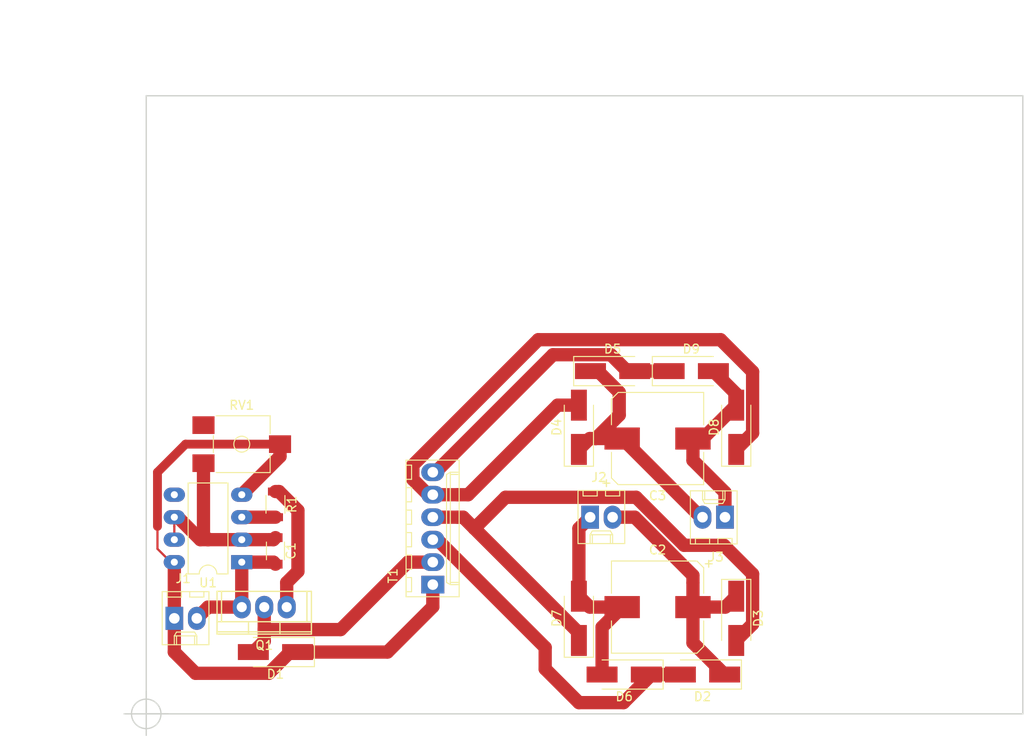
<source format=kicad_pcb>
(kicad_pcb (version 20171130) (host pcbnew 5.0.2-bee76a0~70~ubuntu18.04.1)

  (general
    (thickness 1.6)
    (drawings 8)
    (tracks 113)
    (zones 0)
    (modules 20)
    (nets 16)
  )

  (page A4)
  (layers
    (0 F.Cu signal)
    (31 B.Cu signal)
    (32 B.Adhes user)
    (33 F.Adhes user)
    (34 B.Paste user)
    (35 F.Paste user)
    (36 B.SilkS user)
    (37 F.SilkS user)
    (38 B.Mask user)
    (39 F.Mask user)
    (40 Dwgs.User user)
    (41 Cmts.User user)
    (42 Eco1.User user)
    (43 Eco2.User user)
    (44 Edge.Cuts user)
    (45 Margin user)
    (46 B.CrtYd user)
    (47 F.CrtYd user)
    (48 B.Fab user)
    (49 F.Fab user)
  )

  (setup
    (last_trace_width 0.25)
    (user_trace_width 0.5)
    (user_trace_width 1)
    (user_trace_width 1.5)
    (user_trace_width 2)
    (user_trace_width 2.5)
    (user_trace_width 3)
    (user_trace_width 4)
    (user_trace_width 5)
    (trace_clearance 0.2)
    (zone_clearance 0.508)
    (zone_45_only no)
    (trace_min 0.2)
    (segment_width 0.2)
    (edge_width 0.15)
    (via_size 0.8)
    (via_drill 0.4)
    (via_min_size 0.4)
    (via_min_drill 0.3)
    (uvia_size 0.3)
    (uvia_drill 0.1)
    (uvias_allowed no)
    (uvia_min_size 0.2)
    (uvia_min_drill 0.1)
    (pcb_text_width 0.3)
    (pcb_text_size 1.5 1.5)
    (mod_edge_width 0.15)
    (mod_text_size 1 1)
    (mod_text_width 0.15)
    (pad_size 1.524 1.524)
    (pad_drill 0.762)
    (pad_to_mask_clearance 0.051)
    (solder_mask_min_width 0.25)
    (aux_axis_origin 0 0)
    (visible_elements FFFFFF7F)
    (pcbplotparams
      (layerselection 0x00000_7fffffff)
      (usegerberextensions false)
      (usegerberattributes false)
      (usegerberadvancedattributes false)
      (creategerberjobfile false)
      (excludeedgelayer true)
      (linewidth 0.100000)
      (plotframeref false)
      (viasonmask false)
      (mode 1)
      (useauxorigin true)
      (hpglpennumber 1)
      (hpglpenspeed 20)
      (hpglpendiameter 15.000000)
      (psnegative false)
      (psa4output false)
      (plotreference true)
      (plotvalue true)
      (plotinvisibletext false)
      (padsonsilk false)
      (subtractmaskfromsilk false)
      (outputformat 1)
      (mirror false)
      (drillshape 0)
      (scaleselection 1)
      (outputdirectory ""))
  )

  (net 0 "")
  (net 1 GND)
  (net 2 "Net-(C1-Pad1)")
  (net 3 "Net-(C2-Pad2)")
  (net 4 "Net-(C2-Pad1)")
  (net 5 "Net-(C3-Pad1)")
  (net 6 "Net-(C3-Pad2)")
  (net 7 "Net-(D1-Pad2)")
  (net 8 +5V)
  (net 9 "Net-(D2-Pad2)")
  (net 10 "Net-(D3-Pad2)")
  (net 11 "Net-(D4-Pad2)")
  (net 12 "Net-(D5-Pad2)")
  (net 13 "Net-(Q1-Pad1)")
  (net 14 "Net-(R1-Pad2)")
  (net 15 "Net-(U1-Pad5)")

  (net_class Default "This is the default net class."
    (clearance 0.2)
    (trace_width 0.25)
    (via_dia 0.8)
    (via_drill 0.4)
    (uvia_dia 0.3)
    (uvia_drill 0.1)
    (add_net +5V)
    (add_net GND)
    (add_net "Net-(C1-Pad1)")
    (add_net "Net-(C2-Pad1)")
    (add_net "Net-(C2-Pad2)")
    (add_net "Net-(C3-Pad1)")
    (add_net "Net-(C3-Pad2)")
    (add_net "Net-(D1-Pad2)")
    (add_net "Net-(D2-Pad2)")
    (add_net "Net-(D3-Pad2)")
    (add_net "Net-(D4-Pad2)")
    (add_net "Net-(D5-Pad2)")
    (add_net "Net-(Q1-Pad1)")
    (add_net "Net-(R1-Pad2)")
    (add_net "Net-(U1-Pad5)")
  )

  (module Capacitors_SMD:C_1206 (layer F.Cu) (tedit 58AA84B8) (tstamp 5E938D38)
    (at 90.805 102.235 270)
    (descr "Capacitor SMD 1206, reflow soldering, AVX (see smccp.pdf)")
    (tags "capacitor 1206")
    (path /5E934FF6)
    (attr smd)
    (fp_text reference C1 (at 0 -1.75 270) (layer F.SilkS)
      (effects (font (size 1 1) (thickness 0.15)))
    )
    (fp_text value C (at 0 2 270) (layer F.Fab)
      (effects (font (size 1 1) (thickness 0.15)))
    )
    (fp_line (start 2.25 1.05) (end -2.25 1.05) (layer F.CrtYd) (width 0.05))
    (fp_line (start 2.25 1.05) (end 2.25 -1.05) (layer F.CrtYd) (width 0.05))
    (fp_line (start -2.25 -1.05) (end -2.25 1.05) (layer F.CrtYd) (width 0.05))
    (fp_line (start -2.25 -1.05) (end 2.25 -1.05) (layer F.CrtYd) (width 0.05))
    (fp_line (start -1 1.02) (end 1 1.02) (layer F.SilkS) (width 0.12))
    (fp_line (start 1 -1.02) (end -1 -1.02) (layer F.SilkS) (width 0.12))
    (fp_line (start -1.6 -0.8) (end 1.6 -0.8) (layer F.Fab) (width 0.1))
    (fp_line (start 1.6 -0.8) (end 1.6 0.8) (layer F.Fab) (width 0.1))
    (fp_line (start 1.6 0.8) (end -1.6 0.8) (layer F.Fab) (width 0.1))
    (fp_line (start -1.6 0.8) (end -1.6 -0.8) (layer F.Fab) (width 0.1))
    (fp_text user %R (at 0 -1.75 270) (layer F.Fab)
      (effects (font (size 1 1) (thickness 0.15)))
    )
    (pad 2 smd rect (at 1.5 0 270) (size 1 1.6) (layers F.Cu F.Paste F.Mask)
      (net 1 GND))
    (pad 1 smd rect (at -1.5 0 270) (size 1 1.6) (layers F.Cu F.Paste F.Mask)
      (net 2 "Net-(C1-Pad1)"))
    (model Capacitors_SMD.3dshapes/C_1206.wrl
      (at (xyz 0 0 0))
      (scale (xyz 1 1 1))
      (rotate (xyz 0 0 0))
    )
  )

  (module Capacitors_SMD:CP_Elec_10x10.5 (layer F.Cu) (tedit 58AA917F) (tstamp 5E93A728)
    (at 133.985 108.585 180)
    (descr "SMT capacitor, aluminium electrolytic, 10x10.5")
    (path /5E93E2DF)
    (attr smd)
    (fp_text reference C2 (at 0 6.46 180) (layer F.SilkS)
      (effects (font (size 1 1) (thickness 0.15)))
    )
    (fp_text value CP (at 0 -6.46 180) (layer F.Fab)
      (effects (font (size 1 1) (thickness 0.15)))
    )
    (fp_line (start 6.25 5.3) (end -6.25 5.3) (layer F.CrtYd) (width 0.05))
    (fp_line (start 6.25 5.3) (end 6.25 -5.31) (layer F.CrtYd) (width 0.05))
    (fp_line (start -6.25 -5.31) (end -6.25 5.3) (layer F.CrtYd) (width 0.05))
    (fp_line (start -6.25 -5.31) (end 6.25 -5.31) (layer F.CrtYd) (width 0.05))
    (fp_line (start -4.45 -5.21) (end 5.21 -5.21) (layer F.SilkS) (width 0.12))
    (fp_line (start -5.21 -4.45) (end -4.45 -5.21) (layer F.SilkS) (width 0.12))
    (fp_line (start -4.45 5.21) (end -5.21 4.45) (layer F.SilkS) (width 0.12))
    (fp_line (start 5.21 5.21) (end -4.45 5.21) (layer F.SilkS) (width 0.12))
    (fp_line (start 5.05 -5.05) (end -4.38 -5.05) (layer F.Fab) (width 0.1))
    (fp_line (start -4.38 -5.05) (end -5.05 -4.38) (layer F.Fab) (width 0.1))
    (fp_line (start -5.05 -4.38) (end -5.05 4.38) (layer F.Fab) (width 0.1))
    (fp_line (start -5.05 4.38) (end -4.38 5.05) (layer F.Fab) (width 0.1))
    (fp_line (start -4.38 5.05) (end 5.05 5.05) (layer F.Fab) (width 0.1))
    (fp_line (start 5.05 5.05) (end 5.05 -5.05) (layer F.Fab) (width 0.1))
    (fp_line (start 5.21 -5.21) (end 5.21 -1.56) (layer F.SilkS) (width 0.12))
    (fp_line (start 5.21 5.21) (end 5.21 1.56) (layer F.SilkS) (width 0.12))
    (fp_line (start -5.21 4.45) (end -5.21 1.56) (layer F.SilkS) (width 0.12))
    (fp_line (start -5.21 -4.45) (end -5.21 -1.56) (layer F.SilkS) (width 0.12))
    (fp_text user %R (at 0 6.46 180) (layer F.Fab)
      (effects (font (size 1 1) (thickness 0.15)))
    )
    (fp_text user + (at -5.78 4.97 180) (layer F.SilkS)
      (effects (font (size 1 1) (thickness 0.15)))
    )
    (fp_text user + (at -2.91 -0.08 180) (layer F.Fab)
      (effects (font (size 1 1) (thickness 0.15)))
    )
    (fp_circle (center 0 0) (end 0 5) (layer F.Fab) (width 0.1))
    (pad 2 smd rect (at 4 0) (size 4 2.5) (layers F.Cu F.Paste F.Mask)
      (net 3 "Net-(C2-Pad2)"))
    (pad 1 smd rect (at -4 0) (size 4 2.5) (layers F.Cu F.Paste F.Mask)
      (net 4 "Net-(C2-Pad1)"))
    (model Capacitors_SMD.3dshapes/CP_Elec_10x10.5.wrl
      (at (xyz 0 0 0))
      (scale (xyz 1 1 1))
      (rotate (xyz 0 0 180))
    )
  )

  (module Capacitors_SMD:CP_Elec_10x10.5 (layer F.Cu) (tedit 58AA917F) (tstamp 5E93B111)
    (at 133.985 89.535)
    (descr "SMT capacitor, aluminium electrolytic, 10x10.5")
    (path /5E93D4BB)
    (attr smd)
    (fp_text reference C3 (at 0 6.46) (layer F.SilkS)
      (effects (font (size 1 1) (thickness 0.15)))
    )
    (fp_text value CP (at 0 -6.46) (layer F.Fab)
      (effects (font (size 1 1) (thickness 0.15)))
    )
    (fp_circle (center 0 0) (end 0 5) (layer F.Fab) (width 0.1))
    (fp_text user + (at -2.91 -0.08) (layer F.Fab)
      (effects (font (size 1 1) (thickness 0.15)))
    )
    (fp_text user + (at -5.78 4.97) (layer F.SilkS)
      (effects (font (size 1 1) (thickness 0.15)))
    )
    (fp_text user %R (at 0 6.46) (layer F.Fab)
      (effects (font (size 1 1) (thickness 0.15)))
    )
    (fp_line (start -5.21 -4.45) (end -5.21 -1.56) (layer F.SilkS) (width 0.12))
    (fp_line (start -5.21 4.45) (end -5.21 1.56) (layer F.SilkS) (width 0.12))
    (fp_line (start 5.21 5.21) (end 5.21 1.56) (layer F.SilkS) (width 0.12))
    (fp_line (start 5.21 -5.21) (end 5.21 -1.56) (layer F.SilkS) (width 0.12))
    (fp_line (start 5.05 5.05) (end 5.05 -5.05) (layer F.Fab) (width 0.1))
    (fp_line (start -4.38 5.05) (end 5.05 5.05) (layer F.Fab) (width 0.1))
    (fp_line (start -5.05 4.38) (end -4.38 5.05) (layer F.Fab) (width 0.1))
    (fp_line (start -5.05 -4.38) (end -5.05 4.38) (layer F.Fab) (width 0.1))
    (fp_line (start -4.38 -5.05) (end -5.05 -4.38) (layer F.Fab) (width 0.1))
    (fp_line (start 5.05 -5.05) (end -4.38 -5.05) (layer F.Fab) (width 0.1))
    (fp_line (start 5.21 5.21) (end -4.45 5.21) (layer F.SilkS) (width 0.12))
    (fp_line (start -4.45 5.21) (end -5.21 4.45) (layer F.SilkS) (width 0.12))
    (fp_line (start -5.21 -4.45) (end -4.45 -5.21) (layer F.SilkS) (width 0.12))
    (fp_line (start -4.45 -5.21) (end 5.21 -5.21) (layer F.SilkS) (width 0.12))
    (fp_line (start -6.25 -5.31) (end 6.25 -5.31) (layer F.CrtYd) (width 0.05))
    (fp_line (start -6.25 -5.31) (end -6.25 5.3) (layer F.CrtYd) (width 0.05))
    (fp_line (start 6.25 5.3) (end 6.25 -5.31) (layer F.CrtYd) (width 0.05))
    (fp_line (start 6.25 5.3) (end -6.25 5.3) (layer F.CrtYd) (width 0.05))
    (pad 1 smd rect (at -4 0 180) (size 4 2.5) (layers F.Cu F.Paste F.Mask)
      (net 5 "Net-(C3-Pad1)"))
    (pad 2 smd rect (at 4 0 180) (size 4 2.5) (layers F.Cu F.Paste F.Mask)
      (net 6 "Net-(C3-Pad2)"))
    (model Capacitors_SMD.3dshapes/CP_Elec_10x10.5.wrl
      (at (xyz 0 0 0))
      (scale (xyz 1 1 1))
      (rotate (xyz 0 0 180))
    )
  )

  (module Diodes_SMD:D_SMA_Handsoldering (layer F.Cu) (tedit 58643398) (tstamp 5E938D88)
    (at 90.805 113.665 180)
    (descr "Diode SMA (DO-214AC) Handsoldering")
    (tags "Diode SMA (DO-214AC) Handsoldering")
    (path /5E9385B1)
    (attr smd)
    (fp_text reference D1 (at 0 -2.5 180) (layer F.SilkS)
      (effects (font (size 1 1) (thickness 0.15)))
    )
    (fp_text value D (at 0 2.6 180) (layer F.Fab)
      (effects (font (size 1 1) (thickness 0.15)))
    )
    (fp_line (start -4.4 -1.65) (end 2.5 -1.65) (layer F.SilkS) (width 0.12))
    (fp_line (start -4.4 1.65) (end 2.5 1.65) (layer F.SilkS) (width 0.12))
    (fp_line (start -0.64944 0.00102) (end 0.50118 -0.79908) (layer F.Fab) (width 0.1))
    (fp_line (start -0.64944 0.00102) (end 0.50118 0.75032) (layer F.Fab) (width 0.1))
    (fp_line (start 0.50118 0.75032) (end 0.50118 -0.79908) (layer F.Fab) (width 0.1))
    (fp_line (start -0.64944 -0.79908) (end -0.64944 0.80112) (layer F.Fab) (width 0.1))
    (fp_line (start 0.50118 0.00102) (end 1.4994 0.00102) (layer F.Fab) (width 0.1))
    (fp_line (start -0.64944 0.00102) (end -1.55114 0.00102) (layer F.Fab) (width 0.1))
    (fp_line (start -4.5 1.75) (end -4.5 -1.75) (layer F.CrtYd) (width 0.05))
    (fp_line (start 4.5 1.75) (end -4.5 1.75) (layer F.CrtYd) (width 0.05))
    (fp_line (start 4.5 -1.75) (end 4.5 1.75) (layer F.CrtYd) (width 0.05))
    (fp_line (start -4.5 -1.75) (end 4.5 -1.75) (layer F.CrtYd) (width 0.05))
    (fp_line (start 2.3 -1.5) (end -2.3 -1.5) (layer F.Fab) (width 0.1))
    (fp_line (start 2.3 -1.5) (end 2.3 1.5) (layer F.Fab) (width 0.1))
    (fp_line (start -2.3 1.5) (end -2.3 -1.5) (layer F.Fab) (width 0.1))
    (fp_line (start 2.3 1.5) (end -2.3 1.5) (layer F.Fab) (width 0.1))
    (fp_line (start -4.4 -1.65) (end -4.4 1.65) (layer F.SilkS) (width 0.12))
    (fp_text user %R (at 0 -2.5 180) (layer F.Fab)
      (effects (font (size 1 1) (thickness 0.15)))
    )
    (pad 2 smd rect (at 2.5 0 180) (size 3.5 1.8) (layers F.Cu F.Paste F.Mask)
      (net 7 "Net-(D1-Pad2)"))
    (pad 1 smd rect (at -2.5 0 180) (size 3.5 1.8) (layers F.Cu F.Paste F.Mask)
      (net 8 +5V))
    (model ${KISYS3DMOD}/Diodes_SMD.3dshapes/D_SMA.wrl
      (at (xyz 0 0 0))
      (scale (xyz 1 1 1))
      (rotate (xyz 0 0 0))
    )
  )

  (module Diodes_SMD:D_SMA_Handsoldering (layer F.Cu) (tedit 58643398) (tstamp 5E93A69A)
    (at 139.065 116.205 180)
    (descr "Diode SMA (DO-214AC) Handsoldering")
    (tags "Diode SMA (DO-214AC) Handsoldering")
    (path /5E93E2BD)
    (attr smd)
    (fp_text reference D2 (at 0 -2.5 180) (layer F.SilkS)
      (effects (font (size 1 1) (thickness 0.15)))
    )
    (fp_text value D (at 0 2.6 180) (layer F.Fab)
      (effects (font (size 1 1) (thickness 0.15)))
    )
    (fp_line (start -4.4 -1.65) (end 2.5 -1.65) (layer F.SilkS) (width 0.12))
    (fp_line (start -4.4 1.65) (end 2.5 1.65) (layer F.SilkS) (width 0.12))
    (fp_line (start -0.64944 0.00102) (end 0.50118 -0.79908) (layer F.Fab) (width 0.1))
    (fp_line (start -0.64944 0.00102) (end 0.50118 0.75032) (layer F.Fab) (width 0.1))
    (fp_line (start 0.50118 0.75032) (end 0.50118 -0.79908) (layer F.Fab) (width 0.1))
    (fp_line (start -0.64944 -0.79908) (end -0.64944 0.80112) (layer F.Fab) (width 0.1))
    (fp_line (start 0.50118 0.00102) (end 1.4994 0.00102) (layer F.Fab) (width 0.1))
    (fp_line (start -0.64944 0.00102) (end -1.55114 0.00102) (layer F.Fab) (width 0.1))
    (fp_line (start -4.5 1.75) (end -4.5 -1.75) (layer F.CrtYd) (width 0.05))
    (fp_line (start 4.5 1.75) (end -4.5 1.75) (layer F.CrtYd) (width 0.05))
    (fp_line (start 4.5 -1.75) (end 4.5 1.75) (layer F.CrtYd) (width 0.05))
    (fp_line (start -4.5 -1.75) (end 4.5 -1.75) (layer F.CrtYd) (width 0.05))
    (fp_line (start 2.3 -1.5) (end -2.3 -1.5) (layer F.Fab) (width 0.1))
    (fp_line (start 2.3 -1.5) (end 2.3 1.5) (layer F.Fab) (width 0.1))
    (fp_line (start -2.3 1.5) (end -2.3 -1.5) (layer F.Fab) (width 0.1))
    (fp_line (start 2.3 1.5) (end -2.3 1.5) (layer F.Fab) (width 0.1))
    (fp_line (start -4.4 -1.65) (end -4.4 1.65) (layer F.SilkS) (width 0.12))
    (fp_text user %R (at 0 -2.5 180) (layer F.Fab)
      (effects (font (size 1 1) (thickness 0.15)))
    )
    (pad 2 smd rect (at 2.5 0 180) (size 3.5 1.8) (layers F.Cu F.Paste F.Mask)
      (net 9 "Net-(D2-Pad2)"))
    (pad 1 smd rect (at -2.5 0 180) (size 3.5 1.8) (layers F.Cu F.Paste F.Mask)
      (net 4 "Net-(C2-Pad1)"))
    (model ${KISYS3DMOD}/Diodes_SMD.3dshapes/D_SMA.wrl
      (at (xyz 0 0 0))
      (scale (xyz 1 1 1))
      (rotate (xyz 0 0 0))
    )
  )

  (module Diodes_SMD:D_SMA_Handsoldering (layer F.Cu) (tedit 58643398) (tstamp 5E93A655)
    (at 142.875 109.855 270)
    (descr "Diode SMA (DO-214AC) Handsoldering")
    (tags "Diode SMA (DO-214AC) Handsoldering")
    (path /5E93E2C3)
    (attr smd)
    (fp_text reference D3 (at 0 -2.5 270) (layer F.SilkS)
      (effects (font (size 1 1) (thickness 0.15)))
    )
    (fp_text value D (at 0 2.6 270) (layer F.Fab)
      (effects (font (size 1 1) (thickness 0.15)))
    )
    (fp_text user %R (at 0 -2.5 270) (layer F.Fab)
      (effects (font (size 1 1) (thickness 0.15)))
    )
    (fp_line (start -4.4 -1.65) (end -4.4 1.65) (layer F.SilkS) (width 0.12))
    (fp_line (start 2.3 1.5) (end -2.3 1.5) (layer F.Fab) (width 0.1))
    (fp_line (start -2.3 1.5) (end -2.3 -1.5) (layer F.Fab) (width 0.1))
    (fp_line (start 2.3 -1.5) (end 2.3 1.5) (layer F.Fab) (width 0.1))
    (fp_line (start 2.3 -1.5) (end -2.3 -1.5) (layer F.Fab) (width 0.1))
    (fp_line (start -4.5 -1.75) (end 4.5 -1.75) (layer F.CrtYd) (width 0.05))
    (fp_line (start 4.5 -1.75) (end 4.5 1.75) (layer F.CrtYd) (width 0.05))
    (fp_line (start 4.5 1.75) (end -4.5 1.75) (layer F.CrtYd) (width 0.05))
    (fp_line (start -4.5 1.75) (end -4.5 -1.75) (layer F.CrtYd) (width 0.05))
    (fp_line (start -0.64944 0.00102) (end -1.55114 0.00102) (layer F.Fab) (width 0.1))
    (fp_line (start 0.50118 0.00102) (end 1.4994 0.00102) (layer F.Fab) (width 0.1))
    (fp_line (start -0.64944 -0.79908) (end -0.64944 0.80112) (layer F.Fab) (width 0.1))
    (fp_line (start 0.50118 0.75032) (end 0.50118 -0.79908) (layer F.Fab) (width 0.1))
    (fp_line (start -0.64944 0.00102) (end 0.50118 0.75032) (layer F.Fab) (width 0.1))
    (fp_line (start -0.64944 0.00102) (end 0.50118 -0.79908) (layer F.Fab) (width 0.1))
    (fp_line (start -4.4 1.65) (end 2.5 1.65) (layer F.SilkS) (width 0.12))
    (fp_line (start -4.4 -1.65) (end 2.5 -1.65) (layer F.SilkS) (width 0.12))
    (pad 1 smd rect (at -2.5 0 270) (size 3.5 1.8) (layers F.Cu F.Paste F.Mask)
      (net 4 "Net-(C2-Pad1)"))
    (pad 2 smd rect (at 2.5 0 270) (size 3.5 1.8) (layers F.Cu F.Paste F.Mask)
      (net 10 "Net-(D3-Pad2)"))
    (model ${KISYS3DMOD}/Diodes_SMD.3dshapes/D_SMA.wrl
      (at (xyz 0 0 0))
      (scale (xyz 1 1 1))
      (rotate (xyz 0 0 0))
    )
  )

  (module Diodes_SMD:D_SMA_Handsoldering (layer F.Cu) (tedit 58643398) (tstamp 5E93B0C8)
    (at 125.095 88.265 90)
    (descr "Diode SMA (DO-214AC) Handsoldering")
    (tags "Diode SMA (DO-214AC) Handsoldering")
    (path /5E93925D)
    (attr smd)
    (fp_text reference D4 (at 0 -2.5 90) (layer F.SilkS)
      (effects (font (size 1 1) (thickness 0.15)))
    )
    (fp_text value D (at 0 2.6 90) (layer F.Fab)
      (effects (font (size 1 1) (thickness 0.15)))
    )
    (fp_text user %R (at 0 -2.5 90) (layer F.Fab)
      (effects (font (size 1 1) (thickness 0.15)))
    )
    (fp_line (start -4.4 -1.65) (end -4.4 1.65) (layer F.SilkS) (width 0.12))
    (fp_line (start 2.3 1.5) (end -2.3 1.5) (layer F.Fab) (width 0.1))
    (fp_line (start -2.3 1.5) (end -2.3 -1.5) (layer F.Fab) (width 0.1))
    (fp_line (start 2.3 -1.5) (end 2.3 1.5) (layer F.Fab) (width 0.1))
    (fp_line (start 2.3 -1.5) (end -2.3 -1.5) (layer F.Fab) (width 0.1))
    (fp_line (start -4.5 -1.75) (end 4.5 -1.75) (layer F.CrtYd) (width 0.05))
    (fp_line (start 4.5 -1.75) (end 4.5 1.75) (layer F.CrtYd) (width 0.05))
    (fp_line (start 4.5 1.75) (end -4.5 1.75) (layer F.CrtYd) (width 0.05))
    (fp_line (start -4.5 1.75) (end -4.5 -1.75) (layer F.CrtYd) (width 0.05))
    (fp_line (start -0.64944 0.00102) (end -1.55114 0.00102) (layer F.Fab) (width 0.1))
    (fp_line (start 0.50118 0.00102) (end 1.4994 0.00102) (layer F.Fab) (width 0.1))
    (fp_line (start -0.64944 -0.79908) (end -0.64944 0.80112) (layer F.Fab) (width 0.1))
    (fp_line (start 0.50118 0.75032) (end 0.50118 -0.79908) (layer F.Fab) (width 0.1))
    (fp_line (start -0.64944 0.00102) (end 0.50118 0.75032) (layer F.Fab) (width 0.1))
    (fp_line (start -0.64944 0.00102) (end 0.50118 -0.79908) (layer F.Fab) (width 0.1))
    (fp_line (start -4.4 1.65) (end 2.5 1.65) (layer F.SilkS) (width 0.12))
    (fp_line (start -4.4 -1.65) (end 2.5 -1.65) (layer F.SilkS) (width 0.12))
    (pad 1 smd rect (at -2.5 0 90) (size 3.5 1.8) (layers F.Cu F.Paste F.Mask)
      (net 5 "Net-(C3-Pad1)"))
    (pad 2 smd rect (at 2.5 0 90) (size 3.5 1.8) (layers F.Cu F.Paste F.Mask)
      (net 11 "Net-(D4-Pad2)"))
    (model ${KISYS3DMOD}/Diodes_SMD.3dshapes/D_SMA.wrl
      (at (xyz 0 0 0))
      (scale (xyz 1 1 1))
      (rotate (xyz 0 0 0))
    )
  )

  (module Diodes_SMD:D_SMA_Handsoldering (layer F.Cu) (tedit 58643398) (tstamp 5E93B083)
    (at 128.905 81.915)
    (descr "Diode SMA (DO-214AC) Handsoldering")
    (tags "Diode SMA (DO-214AC) Handsoldering")
    (path /5E9392E2)
    (attr smd)
    (fp_text reference D5 (at 0 -2.5) (layer F.SilkS)
      (effects (font (size 1 1) (thickness 0.15)))
    )
    (fp_text value D (at 0 2.6) (layer F.Fab)
      (effects (font (size 1 1) (thickness 0.15)))
    )
    (fp_line (start -4.4 -1.65) (end 2.5 -1.65) (layer F.SilkS) (width 0.12))
    (fp_line (start -4.4 1.65) (end 2.5 1.65) (layer F.SilkS) (width 0.12))
    (fp_line (start -0.64944 0.00102) (end 0.50118 -0.79908) (layer F.Fab) (width 0.1))
    (fp_line (start -0.64944 0.00102) (end 0.50118 0.75032) (layer F.Fab) (width 0.1))
    (fp_line (start 0.50118 0.75032) (end 0.50118 -0.79908) (layer F.Fab) (width 0.1))
    (fp_line (start -0.64944 -0.79908) (end -0.64944 0.80112) (layer F.Fab) (width 0.1))
    (fp_line (start 0.50118 0.00102) (end 1.4994 0.00102) (layer F.Fab) (width 0.1))
    (fp_line (start -0.64944 0.00102) (end -1.55114 0.00102) (layer F.Fab) (width 0.1))
    (fp_line (start -4.5 1.75) (end -4.5 -1.75) (layer F.CrtYd) (width 0.05))
    (fp_line (start 4.5 1.75) (end -4.5 1.75) (layer F.CrtYd) (width 0.05))
    (fp_line (start 4.5 -1.75) (end 4.5 1.75) (layer F.CrtYd) (width 0.05))
    (fp_line (start -4.5 -1.75) (end 4.5 -1.75) (layer F.CrtYd) (width 0.05))
    (fp_line (start 2.3 -1.5) (end -2.3 -1.5) (layer F.Fab) (width 0.1))
    (fp_line (start 2.3 -1.5) (end 2.3 1.5) (layer F.Fab) (width 0.1))
    (fp_line (start -2.3 1.5) (end -2.3 -1.5) (layer F.Fab) (width 0.1))
    (fp_line (start 2.3 1.5) (end -2.3 1.5) (layer F.Fab) (width 0.1))
    (fp_line (start -4.4 -1.65) (end -4.4 1.65) (layer F.SilkS) (width 0.12))
    (fp_text user %R (at 0 -2.5) (layer F.Fab)
      (effects (font (size 1 1) (thickness 0.15)))
    )
    (pad 2 smd rect (at 2.5 0) (size 3.5 1.8) (layers F.Cu F.Paste F.Mask)
      (net 12 "Net-(D5-Pad2)"))
    (pad 1 smd rect (at -2.5 0) (size 3.5 1.8) (layers F.Cu F.Paste F.Mask)
      (net 5 "Net-(C3-Pad1)"))
    (model ${KISYS3DMOD}/Diodes_SMD.3dshapes/D_SMA.wrl
      (at (xyz 0 0 0))
      (scale (xyz 1 1 1))
      (rotate (xyz 0 0 0))
    )
  )

  (module Diodes_SMD:D_SMA_Handsoldering (layer F.Cu) (tedit 58643398) (tstamp 5E93A6DF)
    (at 130.215 116.205 180)
    (descr "Diode SMA (DO-214AC) Handsoldering")
    (tags "Diode SMA (DO-214AC) Handsoldering")
    (path /5E93E2CF)
    (attr smd)
    (fp_text reference D6 (at 0 -2.5 180) (layer F.SilkS)
      (effects (font (size 1 1) (thickness 0.15)))
    )
    (fp_text value D (at 0 2.6 180) (layer F.Fab)
      (effects (font (size 1 1) (thickness 0.15)))
    )
    (fp_text user %R (at 0 -2.5 180) (layer F.Fab)
      (effects (font (size 1 1) (thickness 0.15)))
    )
    (fp_line (start -4.4 -1.65) (end -4.4 1.65) (layer F.SilkS) (width 0.12))
    (fp_line (start 2.3 1.5) (end -2.3 1.5) (layer F.Fab) (width 0.1))
    (fp_line (start -2.3 1.5) (end -2.3 -1.5) (layer F.Fab) (width 0.1))
    (fp_line (start 2.3 -1.5) (end 2.3 1.5) (layer F.Fab) (width 0.1))
    (fp_line (start 2.3 -1.5) (end -2.3 -1.5) (layer F.Fab) (width 0.1))
    (fp_line (start -4.5 -1.75) (end 4.5 -1.75) (layer F.CrtYd) (width 0.05))
    (fp_line (start 4.5 -1.75) (end 4.5 1.75) (layer F.CrtYd) (width 0.05))
    (fp_line (start 4.5 1.75) (end -4.5 1.75) (layer F.CrtYd) (width 0.05))
    (fp_line (start -4.5 1.75) (end -4.5 -1.75) (layer F.CrtYd) (width 0.05))
    (fp_line (start -0.64944 0.00102) (end -1.55114 0.00102) (layer F.Fab) (width 0.1))
    (fp_line (start 0.50118 0.00102) (end 1.4994 0.00102) (layer F.Fab) (width 0.1))
    (fp_line (start -0.64944 -0.79908) (end -0.64944 0.80112) (layer F.Fab) (width 0.1))
    (fp_line (start 0.50118 0.75032) (end 0.50118 -0.79908) (layer F.Fab) (width 0.1))
    (fp_line (start -0.64944 0.00102) (end 0.50118 0.75032) (layer F.Fab) (width 0.1))
    (fp_line (start -0.64944 0.00102) (end 0.50118 -0.79908) (layer F.Fab) (width 0.1))
    (fp_line (start -4.4 1.65) (end 2.5 1.65) (layer F.SilkS) (width 0.12))
    (fp_line (start -4.4 -1.65) (end 2.5 -1.65) (layer F.SilkS) (width 0.12))
    (pad 1 smd rect (at -2.5 0 180) (size 3.5 1.8) (layers F.Cu F.Paste F.Mask)
      (net 9 "Net-(D2-Pad2)"))
    (pad 2 smd rect (at 2.5 0 180) (size 3.5 1.8) (layers F.Cu F.Paste F.Mask)
      (net 3 "Net-(C2-Pad2)"))
    (model ${KISYS3DMOD}/Diodes_SMD.3dshapes/D_SMA.wrl
      (at (xyz 0 0 0))
      (scale (xyz 1 1 1))
      (rotate (xyz 0 0 0))
    )
  )

  (module Diodes_SMD:D_SMA_Handsoldering (layer F.Cu) (tedit 58643398) (tstamp 5E93A610)
    (at 125.095 109.855 90)
    (descr "Diode SMA (DO-214AC) Handsoldering")
    (tags "Diode SMA (DO-214AC) Handsoldering")
    (path /5E93E2C9)
    (attr smd)
    (fp_text reference D7 (at 0 -2.5 90) (layer F.SilkS)
      (effects (font (size 1 1) (thickness 0.15)))
    )
    (fp_text value D (at 0 2.6 90) (layer F.Fab)
      (effects (font (size 1 1) (thickness 0.15)))
    )
    (fp_line (start -4.4 -1.65) (end 2.5 -1.65) (layer F.SilkS) (width 0.12))
    (fp_line (start -4.4 1.65) (end 2.5 1.65) (layer F.SilkS) (width 0.12))
    (fp_line (start -0.64944 0.00102) (end 0.50118 -0.79908) (layer F.Fab) (width 0.1))
    (fp_line (start -0.64944 0.00102) (end 0.50118 0.75032) (layer F.Fab) (width 0.1))
    (fp_line (start 0.50118 0.75032) (end 0.50118 -0.79908) (layer F.Fab) (width 0.1))
    (fp_line (start -0.64944 -0.79908) (end -0.64944 0.80112) (layer F.Fab) (width 0.1))
    (fp_line (start 0.50118 0.00102) (end 1.4994 0.00102) (layer F.Fab) (width 0.1))
    (fp_line (start -0.64944 0.00102) (end -1.55114 0.00102) (layer F.Fab) (width 0.1))
    (fp_line (start -4.5 1.75) (end -4.5 -1.75) (layer F.CrtYd) (width 0.05))
    (fp_line (start 4.5 1.75) (end -4.5 1.75) (layer F.CrtYd) (width 0.05))
    (fp_line (start 4.5 -1.75) (end 4.5 1.75) (layer F.CrtYd) (width 0.05))
    (fp_line (start -4.5 -1.75) (end 4.5 -1.75) (layer F.CrtYd) (width 0.05))
    (fp_line (start 2.3 -1.5) (end -2.3 -1.5) (layer F.Fab) (width 0.1))
    (fp_line (start 2.3 -1.5) (end 2.3 1.5) (layer F.Fab) (width 0.1))
    (fp_line (start -2.3 1.5) (end -2.3 -1.5) (layer F.Fab) (width 0.1))
    (fp_line (start 2.3 1.5) (end -2.3 1.5) (layer F.Fab) (width 0.1))
    (fp_line (start -4.4 -1.65) (end -4.4 1.65) (layer F.SilkS) (width 0.12))
    (fp_text user %R (at 0 -2.5 90) (layer F.Fab)
      (effects (font (size 1 1) (thickness 0.15)))
    )
    (pad 2 smd rect (at 2.5 0 90) (size 3.5 1.8) (layers F.Cu F.Paste F.Mask)
      (net 3 "Net-(C2-Pad2)"))
    (pad 1 smd rect (at -2.5 0 90) (size 3.5 1.8) (layers F.Cu F.Paste F.Mask)
      (net 10 "Net-(D3-Pad2)"))
    (model ${KISYS3DMOD}/Diodes_SMD.3dshapes/D_SMA.wrl
      (at (xyz 0 0 0))
      (scale (xyz 1 1 1))
      (rotate (xyz 0 0 0))
    )
  )

  (module Diodes_SMD:D_SMA_Handsoldering (layer F.Cu) (tedit 58643398) (tstamp 5E93B03E)
    (at 142.875 88.265 90)
    (descr "Diode SMA (DO-214AC) Handsoldering")
    (tags "Diode SMA (DO-214AC) Handsoldering")
    (path /5E939368)
    (attr smd)
    (fp_text reference D8 (at 0 -2.5 90) (layer F.SilkS)
      (effects (font (size 1 1) (thickness 0.15)))
    )
    (fp_text value D (at 0 2.6 90) (layer F.Fab)
      (effects (font (size 1 1) (thickness 0.15)))
    )
    (fp_text user %R (at 0 -2.5 90) (layer F.Fab)
      (effects (font (size 1 1) (thickness 0.15)))
    )
    (fp_line (start -4.4 -1.65) (end -4.4 1.65) (layer F.SilkS) (width 0.12))
    (fp_line (start 2.3 1.5) (end -2.3 1.5) (layer F.Fab) (width 0.1))
    (fp_line (start -2.3 1.5) (end -2.3 -1.5) (layer F.Fab) (width 0.1))
    (fp_line (start 2.3 -1.5) (end 2.3 1.5) (layer F.Fab) (width 0.1))
    (fp_line (start 2.3 -1.5) (end -2.3 -1.5) (layer F.Fab) (width 0.1))
    (fp_line (start -4.5 -1.75) (end 4.5 -1.75) (layer F.CrtYd) (width 0.05))
    (fp_line (start 4.5 -1.75) (end 4.5 1.75) (layer F.CrtYd) (width 0.05))
    (fp_line (start 4.5 1.75) (end -4.5 1.75) (layer F.CrtYd) (width 0.05))
    (fp_line (start -4.5 1.75) (end -4.5 -1.75) (layer F.CrtYd) (width 0.05))
    (fp_line (start -0.64944 0.00102) (end -1.55114 0.00102) (layer F.Fab) (width 0.1))
    (fp_line (start 0.50118 0.00102) (end 1.4994 0.00102) (layer F.Fab) (width 0.1))
    (fp_line (start -0.64944 -0.79908) (end -0.64944 0.80112) (layer F.Fab) (width 0.1))
    (fp_line (start 0.50118 0.75032) (end 0.50118 -0.79908) (layer F.Fab) (width 0.1))
    (fp_line (start -0.64944 0.00102) (end 0.50118 0.75032) (layer F.Fab) (width 0.1))
    (fp_line (start -0.64944 0.00102) (end 0.50118 -0.79908) (layer F.Fab) (width 0.1))
    (fp_line (start -4.4 1.65) (end 2.5 1.65) (layer F.SilkS) (width 0.12))
    (fp_line (start -4.4 -1.65) (end 2.5 -1.65) (layer F.SilkS) (width 0.12))
    (pad 1 smd rect (at -2.5 0 90) (size 3.5 1.8) (layers F.Cu F.Paste F.Mask)
      (net 11 "Net-(D4-Pad2)"))
    (pad 2 smd rect (at 2.5 0 90) (size 3.5 1.8) (layers F.Cu F.Paste F.Mask)
      (net 6 "Net-(C3-Pad2)"))
    (model ${KISYS3DMOD}/Diodes_SMD.3dshapes/D_SMA.wrl
      (at (xyz 0 0 0))
      (scale (xyz 1 1 1))
      (rotate (xyz 0 0 0))
    )
  )

  (module Diodes_SMD:D_SMA_Handsoldering (layer F.Cu) (tedit 58643398) (tstamp 5E93AFF9)
    (at 137.795 81.915)
    (descr "Diode SMA (DO-214AC) Handsoldering")
    (tags "Diode SMA (DO-214AC) Handsoldering")
    (path /5E939316)
    (attr smd)
    (fp_text reference D9 (at 0 -2.5) (layer F.SilkS)
      (effects (font (size 1 1) (thickness 0.15)))
    )
    (fp_text value D (at 0 2.6) (layer F.Fab)
      (effects (font (size 1 1) (thickness 0.15)))
    )
    (fp_line (start -4.4 -1.65) (end 2.5 -1.65) (layer F.SilkS) (width 0.12))
    (fp_line (start -4.4 1.65) (end 2.5 1.65) (layer F.SilkS) (width 0.12))
    (fp_line (start -0.64944 0.00102) (end 0.50118 -0.79908) (layer F.Fab) (width 0.1))
    (fp_line (start -0.64944 0.00102) (end 0.50118 0.75032) (layer F.Fab) (width 0.1))
    (fp_line (start 0.50118 0.75032) (end 0.50118 -0.79908) (layer F.Fab) (width 0.1))
    (fp_line (start -0.64944 -0.79908) (end -0.64944 0.80112) (layer F.Fab) (width 0.1))
    (fp_line (start 0.50118 0.00102) (end 1.4994 0.00102) (layer F.Fab) (width 0.1))
    (fp_line (start -0.64944 0.00102) (end -1.55114 0.00102) (layer F.Fab) (width 0.1))
    (fp_line (start -4.5 1.75) (end -4.5 -1.75) (layer F.CrtYd) (width 0.05))
    (fp_line (start 4.5 1.75) (end -4.5 1.75) (layer F.CrtYd) (width 0.05))
    (fp_line (start 4.5 -1.75) (end 4.5 1.75) (layer F.CrtYd) (width 0.05))
    (fp_line (start -4.5 -1.75) (end 4.5 -1.75) (layer F.CrtYd) (width 0.05))
    (fp_line (start 2.3 -1.5) (end -2.3 -1.5) (layer F.Fab) (width 0.1))
    (fp_line (start 2.3 -1.5) (end 2.3 1.5) (layer F.Fab) (width 0.1))
    (fp_line (start -2.3 1.5) (end -2.3 -1.5) (layer F.Fab) (width 0.1))
    (fp_line (start 2.3 1.5) (end -2.3 1.5) (layer F.Fab) (width 0.1))
    (fp_line (start -4.4 -1.65) (end -4.4 1.65) (layer F.SilkS) (width 0.12))
    (fp_text user %R (at 0 -2.5) (layer F.Fab)
      (effects (font (size 1 1) (thickness 0.15)))
    )
    (pad 2 smd rect (at 2.5 0) (size 3.5 1.8) (layers F.Cu F.Paste F.Mask)
      (net 6 "Net-(C3-Pad2)"))
    (pad 1 smd rect (at -2.5 0) (size 3.5 1.8) (layers F.Cu F.Paste F.Mask)
      (net 12 "Net-(D5-Pad2)"))
    (model ${KISYS3DMOD}/Diodes_SMD.3dshapes/D_SMA.wrl
      (at (xyz 0 0 0))
      (scale (xyz 1 1 1))
      (rotate (xyz 0 0 0))
    )
  )

  (module Connectors_Molex:Molex_KK-6410-02_02x2.54mm_Straight (layer F.Cu) (tedit 58EE6EE4) (tstamp 5E938E69)
    (at 79.375 109.855)
    (descr "Connector Headers with Friction Lock, 22-27-2021, http://www.molex.com/pdm_docs/sd/022272021_sd.pdf")
    (tags "connector molex kk_6410 22-27-2021")
    (path /5E940CA9)
    (fp_text reference J1 (at 1 -4.5) (layer F.SilkS)
      (effects (font (size 1 1) (thickness 0.15)))
    )
    (fp_text value Conn_01x02_Male (at 1.27 4.5) (layer F.Fab)
      (effects (font (size 1 1) (thickness 0.15)))
    )
    (fp_text user %R (at 1.27 0) (layer F.Fab)
      (effects (font (size 1 1) (thickness 0.15)))
    )
    (fp_line (start 4.45 3.5) (end -1.9 3.5) (layer F.CrtYd) (width 0.05))
    (fp_line (start 4.45 -3.55) (end 4.45 3.5) (layer F.CrtYd) (width 0.05))
    (fp_line (start -1.9 -3.55) (end 4.45 -3.55) (layer F.CrtYd) (width 0.05))
    (fp_line (start -1.9 3.5) (end -1.9 -3.55) (layer F.CrtYd) (width 0.05))
    (fp_line (start 3.34 -2.4) (end 3.34 -3.02) (layer F.SilkS) (width 0.12))
    (fp_line (start 1.74 -2.4) (end 3.34 -2.4) (layer F.SilkS) (width 0.12))
    (fp_line (start 1.74 -3.02) (end 1.74 -2.4) (layer F.SilkS) (width 0.12))
    (fp_line (start 0.8 -2.4) (end 0.8 -3.02) (layer F.SilkS) (width 0.12))
    (fp_line (start -0.8 -2.4) (end 0.8 -2.4) (layer F.SilkS) (width 0.12))
    (fp_line (start -0.8 -3.02) (end -0.8 -2.4) (layer F.SilkS) (width 0.12))
    (fp_line (start 2.29 2.98) (end 2.29 1.98) (layer F.SilkS) (width 0.12))
    (fp_line (start 0.25 2.98) (end 0.25 1.98) (layer F.SilkS) (width 0.12))
    (fp_line (start 2.29 1.55) (end 2.54 1.98) (layer F.SilkS) (width 0.12))
    (fp_line (start 0.25 1.55) (end 2.29 1.55) (layer F.SilkS) (width 0.12))
    (fp_line (start 0 1.98) (end 0.25 1.55) (layer F.SilkS) (width 0.12))
    (fp_line (start 2.54 1.98) (end 2.54 2.98) (layer F.SilkS) (width 0.12))
    (fp_line (start 0 1.98) (end 2.54 1.98) (layer F.SilkS) (width 0.12))
    (fp_line (start 0 2.98) (end 0 1.98) (layer F.SilkS) (width 0.12))
    (fp_line (start 3.91 -3.02) (end -1.37 -3.02) (layer F.SilkS) (width 0.12))
    (fp_line (start 3.91 2.98) (end 3.91 -3.02) (layer F.SilkS) (width 0.12))
    (fp_line (start -1.37 2.98) (end 3.91 2.98) (layer F.SilkS) (width 0.12))
    (fp_line (start -1.37 -3.02) (end -1.37 2.98) (layer F.SilkS) (width 0.12))
    (fp_line (start 4.01 -3.12) (end -1.47 -3.12) (layer F.Fab) (width 0.12))
    (fp_line (start 4.01 3.08) (end 4.01 -3.12) (layer F.Fab) (width 0.12))
    (fp_line (start -1.47 3.08) (end 4.01 3.08) (layer F.Fab) (width 0.12))
    (fp_line (start -1.47 -3.12) (end -1.47 3.08) (layer F.Fab) (width 0.12))
    (pad 2 thru_hole oval (at 2.54 0) (size 2 2.6) (drill 1.2) (layers *.Cu *.Mask)
      (net 1 GND))
    (pad 1 thru_hole rect (at 0 0) (size 2 2.6) (drill 1.2) (layers *.Cu *.Mask)
      (net 8 +5V))
    (model ${KISYS3DMOD}/Connectors_Molex.3dshapes/Molex_KK-6410-02_02x2.54mm_Straight.wrl
      (at (xyz 0 0 0))
      (scale (xyz 1 1 1))
      (rotate (xyz 0 0 0))
    )
  )

  (module Connectors_Molex:Molex_KK-6410-02_02x2.54mm_Straight (layer F.Cu) (tedit 58EE6EE4) (tstamp 5E93A5B9)
    (at 126.365 98.425)
    (descr "Connector Headers with Friction Lock, 22-27-2021, http://www.molex.com/pdm_docs/sd/022272021_sd.pdf")
    (tags "connector molex kk_6410 22-27-2021")
    (path /5E940E03)
    (fp_text reference J2 (at 1 -4.5) (layer F.SilkS)
      (effects (font (size 1 1) (thickness 0.15)))
    )
    (fp_text value Conn_01x02_Male (at 1.27 4.5) (layer F.Fab)
      (effects (font (size 1 1) (thickness 0.15)))
    )
    (fp_text user %R (at 1.27 0) (layer F.Fab)
      (effects (font (size 1 1) (thickness 0.15)))
    )
    (fp_line (start 4.45 3.5) (end -1.9 3.5) (layer F.CrtYd) (width 0.05))
    (fp_line (start 4.45 -3.55) (end 4.45 3.5) (layer F.CrtYd) (width 0.05))
    (fp_line (start -1.9 -3.55) (end 4.45 -3.55) (layer F.CrtYd) (width 0.05))
    (fp_line (start -1.9 3.5) (end -1.9 -3.55) (layer F.CrtYd) (width 0.05))
    (fp_line (start 3.34 -2.4) (end 3.34 -3.02) (layer F.SilkS) (width 0.12))
    (fp_line (start 1.74 -2.4) (end 3.34 -2.4) (layer F.SilkS) (width 0.12))
    (fp_line (start 1.74 -3.02) (end 1.74 -2.4) (layer F.SilkS) (width 0.12))
    (fp_line (start 0.8 -2.4) (end 0.8 -3.02) (layer F.SilkS) (width 0.12))
    (fp_line (start -0.8 -2.4) (end 0.8 -2.4) (layer F.SilkS) (width 0.12))
    (fp_line (start -0.8 -3.02) (end -0.8 -2.4) (layer F.SilkS) (width 0.12))
    (fp_line (start 2.29 2.98) (end 2.29 1.98) (layer F.SilkS) (width 0.12))
    (fp_line (start 0.25 2.98) (end 0.25 1.98) (layer F.SilkS) (width 0.12))
    (fp_line (start 2.29 1.55) (end 2.54 1.98) (layer F.SilkS) (width 0.12))
    (fp_line (start 0.25 1.55) (end 2.29 1.55) (layer F.SilkS) (width 0.12))
    (fp_line (start 0 1.98) (end 0.25 1.55) (layer F.SilkS) (width 0.12))
    (fp_line (start 2.54 1.98) (end 2.54 2.98) (layer F.SilkS) (width 0.12))
    (fp_line (start 0 1.98) (end 2.54 1.98) (layer F.SilkS) (width 0.12))
    (fp_line (start 0 2.98) (end 0 1.98) (layer F.SilkS) (width 0.12))
    (fp_line (start 3.91 -3.02) (end -1.37 -3.02) (layer F.SilkS) (width 0.12))
    (fp_line (start 3.91 2.98) (end 3.91 -3.02) (layer F.SilkS) (width 0.12))
    (fp_line (start -1.37 2.98) (end 3.91 2.98) (layer F.SilkS) (width 0.12))
    (fp_line (start -1.37 -3.02) (end -1.37 2.98) (layer F.SilkS) (width 0.12))
    (fp_line (start 4.01 -3.12) (end -1.47 -3.12) (layer F.Fab) (width 0.12))
    (fp_line (start 4.01 3.08) (end 4.01 -3.12) (layer F.Fab) (width 0.12))
    (fp_line (start -1.47 3.08) (end 4.01 3.08) (layer F.Fab) (width 0.12))
    (fp_line (start -1.47 -3.12) (end -1.47 3.08) (layer F.Fab) (width 0.12))
    (pad 2 thru_hole oval (at 2.54 0) (size 2 2.6) (drill 1.2) (layers *.Cu *.Mask)
      (net 4 "Net-(C2-Pad1)"))
    (pad 1 thru_hole rect (at 0 0) (size 2 2.6) (drill 1.2) (layers *.Cu *.Mask)
      (net 3 "Net-(C2-Pad2)"))
    (model ${KISYS3DMOD}/Connectors_Molex.3dshapes/Molex_KK-6410-02_02x2.54mm_Straight.wrl
      (at (xyz 0 0 0))
      (scale (xyz 1 1 1))
      (rotate (xyz 0 0 0))
    )
  )

  (module Connectors_Molex:Molex_KK-6410-02_02x2.54mm_Straight (layer F.Cu) (tedit 58EE6EE4) (tstamp 5E93AFA2)
    (at 141.605 98.425 180)
    (descr "Connector Headers with Friction Lock, 22-27-2021, http://www.molex.com/pdm_docs/sd/022272021_sd.pdf")
    (tags "connector molex kk_6410 22-27-2021")
    (path /5E940F55)
    (fp_text reference J3 (at 1 -4.5 180) (layer F.SilkS)
      (effects (font (size 1 1) (thickness 0.15)))
    )
    (fp_text value Conn_01x02_Male (at 1.27 4.5 180) (layer F.Fab)
      (effects (font (size 1 1) (thickness 0.15)))
    )
    (fp_line (start -1.47 -3.12) (end -1.47 3.08) (layer F.Fab) (width 0.12))
    (fp_line (start -1.47 3.08) (end 4.01 3.08) (layer F.Fab) (width 0.12))
    (fp_line (start 4.01 3.08) (end 4.01 -3.12) (layer F.Fab) (width 0.12))
    (fp_line (start 4.01 -3.12) (end -1.47 -3.12) (layer F.Fab) (width 0.12))
    (fp_line (start -1.37 -3.02) (end -1.37 2.98) (layer F.SilkS) (width 0.12))
    (fp_line (start -1.37 2.98) (end 3.91 2.98) (layer F.SilkS) (width 0.12))
    (fp_line (start 3.91 2.98) (end 3.91 -3.02) (layer F.SilkS) (width 0.12))
    (fp_line (start 3.91 -3.02) (end -1.37 -3.02) (layer F.SilkS) (width 0.12))
    (fp_line (start 0 2.98) (end 0 1.98) (layer F.SilkS) (width 0.12))
    (fp_line (start 0 1.98) (end 2.54 1.98) (layer F.SilkS) (width 0.12))
    (fp_line (start 2.54 1.98) (end 2.54 2.98) (layer F.SilkS) (width 0.12))
    (fp_line (start 0 1.98) (end 0.25 1.55) (layer F.SilkS) (width 0.12))
    (fp_line (start 0.25 1.55) (end 2.29 1.55) (layer F.SilkS) (width 0.12))
    (fp_line (start 2.29 1.55) (end 2.54 1.98) (layer F.SilkS) (width 0.12))
    (fp_line (start 0.25 2.98) (end 0.25 1.98) (layer F.SilkS) (width 0.12))
    (fp_line (start 2.29 2.98) (end 2.29 1.98) (layer F.SilkS) (width 0.12))
    (fp_line (start -0.8 -3.02) (end -0.8 -2.4) (layer F.SilkS) (width 0.12))
    (fp_line (start -0.8 -2.4) (end 0.8 -2.4) (layer F.SilkS) (width 0.12))
    (fp_line (start 0.8 -2.4) (end 0.8 -3.02) (layer F.SilkS) (width 0.12))
    (fp_line (start 1.74 -3.02) (end 1.74 -2.4) (layer F.SilkS) (width 0.12))
    (fp_line (start 1.74 -2.4) (end 3.34 -2.4) (layer F.SilkS) (width 0.12))
    (fp_line (start 3.34 -2.4) (end 3.34 -3.02) (layer F.SilkS) (width 0.12))
    (fp_line (start -1.9 3.5) (end -1.9 -3.55) (layer F.CrtYd) (width 0.05))
    (fp_line (start -1.9 -3.55) (end 4.45 -3.55) (layer F.CrtYd) (width 0.05))
    (fp_line (start 4.45 -3.55) (end 4.45 3.5) (layer F.CrtYd) (width 0.05))
    (fp_line (start 4.45 3.5) (end -1.9 3.5) (layer F.CrtYd) (width 0.05))
    (fp_text user %R (at 0 0 180) (layer F.Fab)
      (effects (font (size 1 1) (thickness 0.15)))
    )
    (pad 1 thru_hole rect (at 0 0 180) (size 2 2.6) (drill 1.2) (layers *.Cu *.Mask)
      (net 6 "Net-(C3-Pad2)"))
    (pad 2 thru_hole oval (at 2.54 0 180) (size 2 2.6) (drill 1.2) (layers *.Cu *.Mask)
      (net 5 "Net-(C3-Pad1)"))
    (model ${KISYS3DMOD}/Connectors_Molex.3dshapes/Molex_KK-6410-02_02x2.54mm_Straight.wrl
      (at (xyz 0 0 0))
      (scale (xyz 1 1 1))
      (rotate (xyz 0 0 0))
    )
  )

  (module Power_Integrations:TO-220 (layer F.Cu) (tedit 0) (tstamp 5E938EBC)
    (at 89.535 108.585 180)
    (descr "Non Isolated JEDEC TO-220 Package")
    (tags "Power Integration YN Package")
    (path /5E9384D1)
    (fp_text reference Q1 (at 0 -4.318 180) (layer F.SilkS)
      (effects (font (size 1 1) (thickness 0.15)))
    )
    (fp_text value Q_NMOS_GDS (at 0 -4.318 180) (layer F.Fab)
      (effects (font (size 1 1) (thickness 0.15)))
    )
    (fp_line (start 5.334 -3.048) (end -5.334 -3.048) (layer F.SilkS) (width 0.15))
    (fp_line (start 5.334 -3.048) (end 5.334 1.778) (layer F.SilkS) (width 0.15))
    (fp_line (start -5.334 -3.048) (end -5.334 1.778) (layer F.SilkS) (width 0.15))
    (fp_line (start 5.334 1.778) (end -5.334 1.778) (layer F.SilkS) (width 0.15))
    (fp_line (start -5.334 -1.651) (end 5.334 -1.651) (layer F.SilkS) (width 0.15))
    (fp_line (start -1.778 -1.778) (end -1.778 -3.048) (layer F.SilkS) (width 0.15))
    (fp_line (start 1.778 -1.778) (end 1.778 -3.048) (layer F.SilkS) (width 0.15))
    (fp_line (start 5.334 -2.794) (end -5.334 -2.794) (layer F.SilkS) (width 0.15))
    (fp_line (start -4.826 -1.651) (end -4.826 1.778) (layer F.SilkS) (width 0.15))
    (fp_line (start 4.826 -1.651) (end 4.826 1.778) (layer F.SilkS) (width 0.15))
    (pad 1 thru_hole oval (at -2.54 0 180) (size 2.032 2.54) (drill 1.143) (layers *.Cu *.Mask)
      (net 13 "Net-(Q1-Pad1)"))
    (pad 3 thru_hole oval (at 2.54 0 180) (size 2.032 2.54) (drill 1.143) (layers *.Cu *.Mask)
      (net 1 GND))
    (pad 2 thru_hole oval (at 0 0 180) (size 2.032 2.54) (drill 1.143) (layers *.Cu *.Mask)
      (net 7 "Net-(D1-Pad2)"))
  )

  (module Resistors_SMD:R_1206 (layer F.Cu) (tedit 58E0A804) (tstamp 5E938ECD)
    (at 90.805 96.975 270)
    (descr "Resistor SMD 1206, reflow soldering, Vishay (see dcrcw.pdf)")
    (tags "resistor 1206")
    (path /5E938687)
    (attr smd)
    (fp_text reference R1 (at 0 -1.85 270) (layer F.SilkS)
      (effects (font (size 1 1) (thickness 0.15)))
    )
    (fp_text value R (at 0 1.95 270) (layer F.Fab)
      (effects (font (size 1 1) (thickness 0.15)))
    )
    (fp_line (start 2.15 1.1) (end -2.15 1.1) (layer F.CrtYd) (width 0.05))
    (fp_line (start 2.15 1.1) (end 2.15 -1.11) (layer F.CrtYd) (width 0.05))
    (fp_line (start -2.15 -1.11) (end -2.15 1.1) (layer F.CrtYd) (width 0.05))
    (fp_line (start -2.15 -1.11) (end 2.15 -1.11) (layer F.CrtYd) (width 0.05))
    (fp_line (start -1 -1.07) (end 1 -1.07) (layer F.SilkS) (width 0.12))
    (fp_line (start 1 1.07) (end -1 1.07) (layer F.SilkS) (width 0.12))
    (fp_line (start -1.6 -0.8) (end 1.6 -0.8) (layer F.Fab) (width 0.1))
    (fp_line (start 1.6 -0.8) (end 1.6 0.8) (layer F.Fab) (width 0.1))
    (fp_line (start 1.6 0.8) (end -1.6 0.8) (layer F.Fab) (width 0.1))
    (fp_line (start -1.6 0.8) (end -1.6 -0.8) (layer F.Fab) (width 0.1))
    (fp_text user %R (at 0 0 270) (layer F.Fab)
      (effects (font (size 0.7 0.7) (thickness 0.105)))
    )
    (pad 2 smd rect (at 1.45 0 270) (size 0.9 1.7) (layers F.Cu F.Paste F.Mask)
      (net 14 "Net-(R1-Pad2)"))
    (pad 1 smd rect (at -1.45 0 270) (size 0.9 1.7) (layers F.Cu F.Paste F.Mask)
      (net 13 "Net-(Q1-Pad1)"))
    (model ${KISYS3DMOD}/Resistors_SMD.3dshapes/R_1206.wrl
      (at (xyz 0 0 0))
      (scale (xyz 1 1 1))
      (rotate (xyz 0 0 0))
    )
  )

  (module Potentiometers:Potentiometer_Trimmer_ACP_CA6VSMD_Horizontal (layer F.Cu) (tedit 58826B0A) (tstamp 5E938EE4)
    (at 86.995 90.17)
    (descr "Potentiometer, horizontally mounted, Omeg PC16PU, Omeg PC16PU, Omeg PC16PU, Vishay/Spectrol 248GJ/249GJ Single, Vishay/Spectrol 248GJ/249GJ Single, Vishay/Spectrol 248GJ/249GJ Single, Vishay/Spectrol 248GH/249GH Single, Vishay/Spectrol 148/149 Single, Vishay/Spectrol 148/149 Single, Vishay/Spectrol 148/149 Single, Vishay/Spectrol 148A/149A Single with mounting plates, Vishay/Spectrol 148/149 Double, Vishay/Spectrol 148A/149A Double with mounting plates, Piher PC-16 Single, Piher PC-16 Single, Piher PC-16 Single, Piher PC-16SV Single, Piher PC-16 Double, Piher PC-16 Triple, Piher T16H Single, Piher T16L Single, Piher T16H Double, Alps RK163 Single, Alps RK163 Double, Alps RK097 Single, Alps RK097 Double, Bourns PTV09A-2 Single with mounting sleve Single, Bourns PTV09A-1 with mounting sleve Single, Bourns PRS11S Single, Alps RK09K Single with mounting sleve Single, Alps RK09K with mounting sleve Single, Alps RK09L Single, Alps RK09L Single, Alps RK09L Double, Alps RK09L Double, Alps RK09Y Single, Bourns 3339S Single, Bourns 3339S Single, Bourns 3339P Single, Bourns 3339H Single, Vishay T7YA Single, Suntan TSR-3386H Single, Suntan TSR-3386H Single, Suntan TSR-3386P Single, Vishay T73XX Single, Vishay T73XX Single, Vishay T73YP Single, Piher PT-6h Single, Piher PT-6v Single, Piher PT-6v Single, Piher PT-10h2.5 Single, Piher PT-10h5 Single, Piher PT-101h3.8 Single, Piher PT-10v10 Single, Piher PT-10v10 Single, Piher PT-10v5 Single, Piher PT-15h5 Single, Piher PT-15h2.5 Single, Piher PT-15B Single, Piher PT-15hc5 Single, Piher PT-15v12.5 Single, Piher PT-15v12.5 Single, Piher PT-15v15 Single, Piher PT-15v15 Single, ACP CA6h Single, ACP CA6v Single, ACP CA6v Single, ACP CA6VSMD Single, http://www.acptechnologies.com/wp-content/uploads/2016/12/ACP-CAT%C3%81LOGO-ENTERO-2016.pdf")
    (tags "Potentiometer horizontal  Omeg PC16PU  Omeg PC16PU  Omeg PC16PU  Vishay/Spectrol 248GJ/249GJ Single  Vishay/Spectrol 248GJ/249GJ Single  Vishay/Spectrol 248GJ/249GJ Single  Vishay/Spectrol 248GH/249GH Single  Vishay/Spectrol 148/149 Single  Vishay/Spectrol 148/149 Single  Vishay/Spectrol 148/149 Single  Vishay/Spectrol 148A/149A Single with mounting plates  Vishay/Spectrol 148/149 Double  Vishay/Spectrol 148A/149A Double with mounting plates  Piher PC-16 Single  Piher PC-16 Single  Piher PC-16 Single  Piher PC-16SV Single  Piher PC-16 Double  Piher PC-16 Triple  Piher T16H Single  Piher T16L Single  Piher T16H Double  Alps RK163 Single  Alps RK163 Double  Alps RK097 Single  Alps RK097 Double  Bourns PTV09A-2 Single with mounting sleve Single  Bourns PTV09A-1 with mounting sleve Single  Bourns PRS11S Single  Alps RK09K Single with mounting sleve Single  Alps RK09K with mounting sleve Single  Alps RK09L Single  Alps RK09L Single  Alps RK09L Double  Alps RK09L Double  Alps RK09Y Single  Bourns 3339S Single  Bourns 3339S Single  Bourns 3339P Single  Bourns 3339H Single  Vishay T7YA Single  Suntan TSR-3386H Single  Suntan TSR-3386H Single  Suntan TSR-3386P Single  Vishay T73XX Single  Vishay T73XX Single  Vishay T73YP Single  Piher PT-6h Single  Piher PT-6v Single  Piher PT-6v Single  Piher PT-10h2.5 Single  Piher PT-10h5 Single  Piher PT-101h3.8 Single  Piher PT-10v10 Single  Piher PT-10v10 Single  Piher PT-10v5 Single  Piher PT-15h5 Single  Piher PT-15h2.5 Single  Piher PT-15B Single  Piher PT-15hc5 Single  Piher PT-15v12.5 Single  Piher PT-15v12.5 Single  Piher PT-15v15 Single  Piher PT-15v15 Single  ACP CA6h Single  ACP CA6v Single  ACP CA6v Single  ACP CA6VSMD Single")
    (path /5E9351BC)
    (attr smd)
    (fp_text reference RV1 (at 0 -4.4) (layer F.SilkS)
      (effects (font (size 1 1) (thickness 0.15)))
    )
    (fp_text value R_POT (at 0 4.4) (layer F.Fab)
      (effects (font (size 1 1) (thickness 0.15)))
    )
    (fp_line (start 5.85 -3.4) (end -5.85 -3.4) (layer F.CrtYd) (width 0.05))
    (fp_line (start 5.85 3.4) (end 5.85 -3.4) (layer F.CrtYd) (width 0.05))
    (fp_line (start -5.85 3.4) (end 5.85 3.4) (layer F.CrtYd) (width 0.05))
    (fp_line (start -5.85 -3.4) (end -5.85 3.4) (layer F.CrtYd) (width 0.05))
    (fp_line (start 3.21 1.18) (end 3.21 3.21) (layer F.SilkS) (width 0.12))
    (fp_line (start 3.21 -3.21) (end 3.21 -1.18) (layer F.SilkS) (width 0.12))
    (fp_line (start -3.209 -0.969) (end -3.209 0.97) (layer F.SilkS) (width 0.12))
    (fp_line (start -2.894 3.21) (end 3.21 3.21) (layer F.SilkS) (width 0.12))
    (fp_line (start -2.894 -3.21) (end 3.21 -3.21) (layer F.SilkS) (width 0.12))
    (fp_line (start 3.15 -3.15) (end -3.15 -3.15) (layer F.Fab) (width 0.1))
    (fp_line (start 3.15 3.15) (end 3.15 -3.15) (layer F.Fab) (width 0.1))
    (fp_line (start -3.15 3.15) (end 3.15 3.15) (layer F.Fab) (width 0.1))
    (fp_line (start -3.15 -3.15) (end -3.15 3.15) (layer F.Fab) (width 0.1))
    (fp_circle (center 0 0) (end 0.9 0) (layer F.SilkS) (width 0.12))
    (fp_circle (center 0 0) (end 0.9 0) (layer F.Fab) (width 0.1))
    (fp_circle (center 0 0) (end 1 0) (layer F.Fab) (width 0.1))
    (pad 1 smd rect (at -4.325 2.15) (size 2.5 2) (layers F.Cu F.Mask)
      (net 2 "Net-(C1-Pad1)"))
    (pad 2 smd rect (at 4.325 0) (size 2.5 2) (layers F.Cu F.Mask)
      (net 8 +5V))
    (pad 3 smd rect (at -4.325 -2.15) (size 2.5 2) (layers F.Cu F.Mask)
      (net 8 +5V))
    (model Potentiometers.3dshapes/Potentiometer_Trimmer_ACP_CA6VSMD_Horizontal.wrl
      (at (xyz 0 0 0))
      (scale (xyz 0.393701 0.393701 0.393701))
      (rotate (xyz 0 0 0))
    )
  )

  (module Connectors_Molex:Molex_KK-6410-06_06x2.54mm_Straight (layer F.Cu) (tedit 58EE6EEB) (tstamp 5E938F15)
    (at 108.585 106.045 90)
    (descr "Connector Headers with Friction Lock, 22-27-2061, http://www.molex.com/pdm_docs/sd/022272021_sd.pdf")
    (tags "connector molex kk_6410 22-27-2061")
    (path /5E93B96A)
    (fp_text reference T1 (at 1 -4.5 90) (layer F.SilkS)
      (effects (font (size 1 1) (thickness 0.15)))
    )
    (fp_text value Transformer_1P_2S (at 6.35 4.5 90) (layer F.Fab)
      (effects (font (size 1 1) (thickness 0.15)))
    )
    (fp_text user %R (at 6.35 0 90) (layer F.Fab)
      (effects (font (size 1 1) (thickness 0.15)))
    )
    (fp_line (start 14.6 3.5) (end -1.9 3.5) (layer F.CrtYd) (width 0.05))
    (fp_line (start 14.6 -3.55) (end 14.6 3.5) (layer F.CrtYd) (width 0.05))
    (fp_line (start -1.9 -3.55) (end 14.6 -3.55) (layer F.CrtYd) (width 0.05))
    (fp_line (start -1.9 3.5) (end -1.9 -3.55) (layer F.CrtYd) (width 0.05))
    (fp_line (start 13.5 -2.4) (end 13.5 -3.02) (layer F.SilkS) (width 0.12))
    (fp_line (start 11.9 -2.4) (end 13.5 -2.4) (layer F.SilkS) (width 0.12))
    (fp_line (start 11.9 -3.02) (end 11.9 -2.4) (layer F.SilkS) (width 0.12))
    (fp_line (start 10.96 -2.4) (end 10.96 -3.02) (layer F.SilkS) (width 0.12))
    (fp_line (start 9.36 -2.4) (end 10.96 -2.4) (layer F.SilkS) (width 0.12))
    (fp_line (start 9.36 -3.02) (end 9.36 -2.4) (layer F.SilkS) (width 0.12))
    (fp_line (start 8.42 -2.4) (end 8.42 -3.02) (layer F.SilkS) (width 0.12))
    (fp_line (start 6.82 -2.4) (end 8.42 -2.4) (layer F.SilkS) (width 0.12))
    (fp_line (start 6.82 -3.02) (end 6.82 -2.4) (layer F.SilkS) (width 0.12))
    (fp_line (start 5.88 -2.4) (end 5.88 -3.02) (layer F.SilkS) (width 0.12))
    (fp_line (start 4.28 -2.4) (end 5.88 -2.4) (layer F.SilkS) (width 0.12))
    (fp_line (start 4.28 -3.02) (end 4.28 -2.4) (layer F.SilkS) (width 0.12))
    (fp_line (start 3.34 -2.4) (end 3.34 -3.02) (layer F.SilkS) (width 0.12))
    (fp_line (start 1.74 -2.4) (end 3.34 -2.4) (layer F.SilkS) (width 0.12))
    (fp_line (start 1.74 -3.02) (end 1.74 -2.4) (layer F.SilkS) (width 0.12))
    (fp_line (start 0.8 -2.4) (end 0.8 -3.02) (layer F.SilkS) (width 0.12))
    (fp_line (start -0.8 -2.4) (end 0.8 -2.4) (layer F.SilkS) (width 0.12))
    (fp_line (start -0.8 -3.02) (end -0.8 -2.4) (layer F.SilkS) (width 0.12))
    (fp_line (start 12.45 2.98) (end 12.45 1.98) (layer F.SilkS) (width 0.12))
    (fp_line (start 0.25 2.98) (end 0.25 1.98) (layer F.SilkS) (width 0.12))
    (fp_line (start 12.45 1.55) (end 12.7 1.98) (layer F.SilkS) (width 0.12))
    (fp_line (start 0.25 1.55) (end 12.45 1.55) (layer F.SilkS) (width 0.12))
    (fp_line (start 0 1.98) (end 0.25 1.55) (layer F.SilkS) (width 0.12))
    (fp_line (start 12.7 1.98) (end 12.7 2.98) (layer F.SilkS) (width 0.12))
    (fp_line (start 0 1.98) (end 12.7 1.98) (layer F.SilkS) (width 0.12))
    (fp_line (start 0 2.98) (end 0 1.98) (layer F.SilkS) (width 0.12))
    (fp_line (start 14.07 -3.02) (end -1.37 -3.02) (layer F.SilkS) (width 0.12))
    (fp_line (start 14.07 2.98) (end 14.07 -3.02) (layer F.SilkS) (width 0.12))
    (fp_line (start -1.37 2.98) (end 14.07 2.98) (layer F.SilkS) (width 0.12))
    (fp_line (start -1.37 -3.02) (end -1.37 2.98) (layer F.SilkS) (width 0.12))
    (fp_line (start 14.17 -3.12) (end -1.47 -3.12) (layer F.Fab) (width 0.12))
    (fp_line (start 14.17 3.08) (end 14.17 -3.12) (layer F.Fab) (width 0.12))
    (fp_line (start -1.47 3.08) (end 14.17 3.08) (layer F.Fab) (width 0.12))
    (fp_line (start -1.47 -3.12) (end -1.47 3.08) (layer F.Fab) (width 0.12))
    (pad 6 thru_hole oval (at 12.7 0 90) (size 2 2.6) (drill 1.2) (layers *.Cu *.Mask)
      (net 12 "Net-(D5-Pad2)"))
    (pad 5 thru_hole oval (at 10.16 0 90) (size 2 2.6) (drill 1.2) (layers *.Cu *.Mask)
      (net 11 "Net-(D4-Pad2)"))
    (pad 4 thru_hole oval (at 7.62 0 90) (size 2 2.6) (drill 1.2) (layers *.Cu *.Mask)
      (net 10 "Net-(D3-Pad2)"))
    (pad 3 thru_hole oval (at 5.08 0 90) (size 2 2.6) (drill 1.2) (layers *.Cu *.Mask)
      (net 9 "Net-(D2-Pad2)"))
    (pad 2 thru_hole oval (at 2.54 0 90) (size 2 2.6) (drill 1.2) (layers *.Cu *.Mask)
      (net 7 "Net-(D1-Pad2)"))
    (pad 1 thru_hole rect (at 0 0 90) (size 2 2.6) (drill 1.2) (layers *.Cu *.Mask)
      (net 8 +5V))
    (model ${KISYS3DMOD}/Connectors_Molex.3dshapes/Molex_KK-6410-06_06x2.54mm_Straight.wrl
      (at (xyz 0 0 0))
      (scale (xyz 1 1 1))
      (rotate (xyz 0 0 0))
    )
  )

  (module Housings_DIP:DIP-8_W7.62mm_LongPads (layer F.Cu) (tedit 59C78D6B) (tstamp 5E938F31)
    (at 86.995 103.505 180)
    (descr "8-lead though-hole mounted DIP package, row spacing 7.62 mm (300 mils), LongPads")
    (tags "THT DIP DIL PDIP 2.54mm 7.62mm 300mil LongPads")
    (path /5E934AB7)
    (fp_text reference U1 (at 3.81 -2.33 180) (layer F.SilkS)
      (effects (font (size 1 1) (thickness 0.15)))
    )
    (fp_text value NE555 (at 3.81 9.95 180) (layer F.Fab)
      (effects (font (size 1 1) (thickness 0.15)))
    )
    (fp_text user %R (at 3.81 3.81 180) (layer F.Fab)
      (effects (font (size 1 1) (thickness 0.15)))
    )
    (fp_line (start 9.1 -1.55) (end -1.45 -1.55) (layer F.CrtYd) (width 0.05))
    (fp_line (start 9.1 9.15) (end 9.1 -1.55) (layer F.CrtYd) (width 0.05))
    (fp_line (start -1.45 9.15) (end 9.1 9.15) (layer F.CrtYd) (width 0.05))
    (fp_line (start -1.45 -1.55) (end -1.45 9.15) (layer F.CrtYd) (width 0.05))
    (fp_line (start 6.06 -1.33) (end 4.81 -1.33) (layer F.SilkS) (width 0.12))
    (fp_line (start 6.06 8.95) (end 6.06 -1.33) (layer F.SilkS) (width 0.12))
    (fp_line (start 1.56 8.95) (end 6.06 8.95) (layer F.SilkS) (width 0.12))
    (fp_line (start 1.56 -1.33) (end 1.56 8.95) (layer F.SilkS) (width 0.12))
    (fp_line (start 2.81 -1.33) (end 1.56 -1.33) (layer F.SilkS) (width 0.12))
    (fp_line (start 0.635 -0.27) (end 1.635 -1.27) (layer F.Fab) (width 0.1))
    (fp_line (start 0.635 8.89) (end 0.635 -0.27) (layer F.Fab) (width 0.1))
    (fp_line (start 6.985 8.89) (end 0.635 8.89) (layer F.Fab) (width 0.1))
    (fp_line (start 6.985 -1.27) (end 6.985 8.89) (layer F.Fab) (width 0.1))
    (fp_line (start 1.635 -1.27) (end 6.985 -1.27) (layer F.Fab) (width 0.1))
    (fp_arc (start 3.81 -1.33) (end 2.81 -1.33) (angle -180) (layer F.SilkS) (width 0.12))
    (pad 8 thru_hole oval (at 7.62 0 180) (size 2.4 1.6) (drill 0.8) (layers *.Cu *.Mask)
      (net 8 +5V))
    (pad 4 thru_hole oval (at 0 7.62 180) (size 2.4 1.6) (drill 0.8) (layers *.Cu *.Mask)
      (net 8 +5V))
    (pad 7 thru_hole oval (at 7.62 2.54 180) (size 2.4 1.6) (drill 0.8) (layers *.Cu *.Mask)
      (net 2 "Net-(C1-Pad1)"))
    (pad 3 thru_hole oval (at 0 5.08 180) (size 2.4 1.6) (drill 0.8) (layers *.Cu *.Mask)
      (net 14 "Net-(R1-Pad2)"))
    (pad 6 thru_hole oval (at 7.62 5.08 180) (size 2.4 1.6) (drill 0.8) (layers *.Cu *.Mask)
      (net 2 "Net-(C1-Pad1)"))
    (pad 2 thru_hole oval (at 0 2.54 180) (size 2.4 1.6) (drill 0.8) (layers *.Cu *.Mask)
      (net 2 "Net-(C1-Pad1)"))
    (pad 5 thru_hole oval (at 7.62 7.62 180) (size 2.4 1.6) (drill 0.8) (layers *.Cu *.Mask)
      (net 15 "Net-(U1-Pad5)"))
    (pad 1 thru_hole rect (at 0 0 180) (size 2.4 1.6) (drill 0.8) (layers *.Cu *.Mask)
      (net 1 GND))
    (model ${KISYS3DMOD}/Housings_DIP.3dshapes/DIP-8_W7.62mm.wrl
      (at (xyz 0 0 0))
      (scale (xyz 1 1 1))
      (rotate (xyz 0 0 0))
    )
  )

  (target plus (at 76.2 120.65) (size 5) (width 0.15) (layer Edge.Cuts))
  (gr_circle (center 108.585 99.695) (end 108.585 84.455) (layer Dwgs.User) (width 0.15) (tstamp 5E93B148))
  (gr_line (start 175.26 50.8) (end 76.2 50.8) (layer Edge.Cuts) (width 0.15))
  (gr_line (start 175.26 120.65) (end 175.26 50.8) (layer Edge.Cuts) (width 0.15))
  (gr_line (start 76.2 120.65) (end 175.26 120.65) (layer Edge.Cuts) (width 0.15))
  (gr_line (start 76.2 50.8) (end 76.2 120.65) (layer Edge.Cuts) (width 0.15))
  (dimension 99.06 (width 0.3) (layer Dwgs.User)
    (gr_text "99,060 mm" (at 125.73 41.08) (layer Dwgs.User)
      (effects (font (size 1.5 1.5) (thickness 0.3)))
    )
    (feature1 (pts (xy 175.26 50.8) (xy 175.26 42.593579)))
    (feature2 (pts (xy 76.2 50.8) (xy 76.2 42.593579)))
    (crossbar (pts (xy 76.2 43.18) (xy 175.26 43.18)))
    (arrow1a (pts (xy 175.26 43.18) (xy 174.133496 43.766421)))
    (arrow1b (pts (xy 175.26 43.18) (xy 174.133496 42.593579)))
    (arrow2a (pts (xy 76.2 43.18) (xy 77.326504 43.766421)))
    (arrow2b (pts (xy 76.2 43.18) (xy 77.326504 42.593579)))
  )
  (dimension 69.85 (width 0.3) (layer Dwgs.User)
    (gr_text "69,850 mm" (at 65.21 85.725 270) (layer Dwgs.User)
      (effects (font (size 1.5 1.5) (thickness 0.3)))
    )
    (feature1 (pts (xy 76.2 120.65) (xy 66.723579 120.65)))
    (feature2 (pts (xy 76.2 50.8) (xy 66.723579 50.8)))
    (crossbar (pts (xy 67.31 50.8) (xy 67.31 120.65)))
    (arrow1a (pts (xy 67.31 120.65) (xy 66.723579 119.523496)))
    (arrow1b (pts (xy 67.31 120.65) (xy 67.896421 119.523496)))
    (arrow2a (pts (xy 67.31 50.8) (xy 66.723579 51.926504)))
    (arrow2b (pts (xy 67.31 50.8) (xy 67.896421 51.926504)))
  )

  (segment (start 83.185 108.585) (end 81.915 109.855) (width 1.5) (layer F.Cu) (net 1))
  (segment (start 86.995 108.585) (end 83.185 108.585) (width 1.5) (layer F.Cu) (net 1))
  (segment (start 86.995 103.505) (end 86.995 108.585) (width 1.5) (layer F.Cu) (net 1))
  (segment (start 90.575 103.505) (end 90.805 103.735) (width 1.5) (layer F.Cu) (net 1))
  (segment (start 86.995 103.505) (end 90.575 103.505) (width 1.5) (layer F.Cu) (net 1))
  (segment (start 90.575 100.965) (end 90.805 100.735) (width 1.5) (layer F.Cu) (net 2))
  (segment (start 86.995 100.965) (end 90.575 100.965) (width 1.5) (layer F.Cu) (net 2))
  (segment (start 79.775 98.425) (end 79.375 98.425) (width 1.5) (layer F.Cu) (net 2))
  (segment (start 82.315 100.965) (end 79.775 98.425) (width 1.5) (layer F.Cu) (net 2))
  (segment (start 82.67 100.45) (end 83.185 100.965) (width 1.5) (layer F.Cu) (net 2))
  (segment (start 82.67 92.32) (end 82.67 100.45) (width 1.5) (layer F.Cu) (net 2))
  (segment (start 86.995 100.965) (end 83.185 100.965) (width 1.5) (layer F.Cu) (net 2))
  (segment (start 83.185 100.965) (end 82.315 100.965) (width 1.5) (layer F.Cu) (net 2))
  (segment (start 125.095 99.695) (end 126.365 98.425) (width 1.5) (layer F.Cu) (net 3))
  (segment (start 125.095 107.355) (end 125.095 99.695) (width 1.5) (layer F.Cu) (net 3))
  (segment (start 126.325 108.585) (end 125.095 107.355) (width 1.5) (layer F.Cu) (net 3))
  (segment (start 129.985 108.585) (end 126.325 108.585) (width 1.5) (layer F.Cu) (net 3))
  (segment (start 127.715 110.855) (end 129.985 108.585) (width 1.5) (layer F.Cu) (net 3))
  (segment (start 127.715 116.205) (end 127.715 110.855) (width 1.5) (layer F.Cu) (net 3))
  (segment (start 141.645 108.585) (end 142.875 107.355) (width 1.5) (layer F.Cu) (net 4))
  (segment (start 137.985 108.585) (end 141.645 108.585) (width 1.5) (layer F.Cu) (net 4))
  (segment (start 137.985 112.625) (end 137.985 108.585) (width 1.5) (layer F.Cu) (net 4))
  (segment (start 141.565 116.205) (end 137.985 112.625) (width 1.5) (layer F.Cu) (net 4))
  (segment (start 137.985 105.835) (end 137.985 108.585) (width 1.5) (layer F.Cu) (net 4))
  (segment (start 137.985 105.005) (end 137.985 105.835) (width 1.5) (layer F.Cu) (net 4))
  (segment (start 131.405 98.425) (end 137.985 105.005) (width 1.5) (layer F.Cu) (net 4))
  (segment (start 128.905 98.425) (end 131.405 98.425) (width 1.5) (layer F.Cu) (net 4))
  (segment (start 126.325 89.535) (end 125.095 90.765) (width 1.5) (layer F.Cu) (net 5))
  (segment (start 129.655 86.88) (end 127 89.535) (width 1.5) (layer F.Cu) (net 5))
  (segment (start 129.655 84.315) (end 129.655 86.88) (width 1.5) (layer F.Cu) (net 5))
  (segment (start 126.405 81.915) (end 127.255 81.915) (width 1.5) (layer F.Cu) (net 5))
  (segment (start 129.985 89.535) (end 127 89.535) (width 1.5) (layer F.Cu) (net 5))
  (segment (start 127.255 81.915) (end 129.655 84.315) (width 1.5) (layer F.Cu) (net 5))
  (segment (start 127 89.535) (end 126.325 89.535) (width 1.5) (layer F.Cu) (net 5))
  (segment (start 138.875 98.425) (end 129.985 89.535) (width 1.5) (layer F.Cu) (net 5))
  (segment (start 139.065 98.425) (end 138.875 98.425) (width 1.5) (layer F.Cu) (net 5))
  (segment (start 139.105 89.535) (end 142.875 85.765) (width 1.5) (layer F.Cu) (net 6))
  (segment (start 137.985 89.535) (end 139.105 89.535) (width 1.5) (layer F.Cu) (net 6))
  (segment (start 142.875 84.495) (end 140.295 81.915) (width 1.5) (layer F.Cu) (net 6))
  (segment (start 142.875 85.765) (end 142.875 84.495) (width 1.5) (layer F.Cu) (net 6))
  (segment (start 137.985 92.005) (end 137.985 89.535) (width 1.5) (layer F.Cu) (net 6))
  (segment (start 141.605 95.625) (end 137.985 92.005) (width 1.5) (layer F.Cu) (net 6))
  (segment (start 141.605 98.425) (end 141.605 95.625) (width 1.5) (layer F.Cu) (net 6))
  (segment (start 89.535 112.435) (end 88.305 113.665) (width 1.5) (layer F.Cu) (net 7))
  (segment (start 105.785 103.505) (end 98.165 111.125) (width 1.5) (layer F.Cu) (net 7))
  (segment (start 108.585 103.505) (end 105.785 103.505) (width 1.5) (layer F.Cu) (net 7))
  (segment (start 89.535 108.585) (end 89.535 111.125) (width 1.5) (layer F.Cu) (net 7))
  (segment (start 98.165 111.125) (end 89.535 111.125) (width 1.5) (layer F.Cu) (net 7))
  (segment (start 89.535 111.125) (end 89.535 112.435) (width 1.5) (layer F.Cu) (net 7))
  (segment (start 79.375 103.505) (end 79.375 109.855) (width 1.5) (layer F.Cu) (net 8))
  (segment (start 90.055 116.065) (end 81.775 116.065) (width 1.5) (layer F.Cu) (net 8))
  (segment (start 93.305 113.665) (end 92.455 113.665) (width 1.5) (layer F.Cu) (net 8))
  (segment (start 92.455 113.665) (end 90.055 116.065) (width 1.5) (layer F.Cu) (net 8))
  (segment (start 79.375 113.665) (end 79.375 109.855) (width 1.5) (layer F.Cu) (net 8))
  (segment (start 81.775 116.065) (end 79.375 113.665) (width 1.5) (layer F.Cu) (net 8))
  (segment (start 108.585 108.545) (end 108.585 106.045) (width 1.5) (layer F.Cu) (net 8))
  (segment (start 103.465 113.665) (end 108.585 108.545) (width 1.5) (layer F.Cu) (net 8))
  (segment (start 93.305 113.665) (end 103.465 113.665) (width 1.5) (layer F.Cu) (net 8))
  (segment (start 91.32 91.56) (end 86.995 95.885) (width 1.5) (layer F.Cu) (net 8))
  (segment (start 91.32 90.17) (end 91.32 91.56) (width 1.5) (layer F.Cu) (net 8))
  (segment (start 77.47 93.345) (end 80.645 90.17) (width 1) (layer F.Cu) (net 8))
  (segment (start 80.645 90.17) (end 91.32 90.17) (width 1) (layer F.Cu) (net 8))
  (segment (start 79.375 100.965) (end 78.975 100.965) (width 1) (layer F.Cu) (net 2))
  (segment (start 79.375 99.475) (end 79.375 100.965) (width 0.25) (layer F.Cu) (net 2))
  (segment (start 79.375 98.425) (end 79.375 99.475) (width 0.25) (layer F.Cu) (net 2))
  (segment (start 77.47 99.46) (end 77.47 93.345) (width 1) (layer F.Cu) (net 8))
  (segment (start 77.47 102) (end 78.975 103.505) (width 0.25) (layer F.Cu) (net 8))
  (segment (start 78.975 103.505) (end 79.375 103.505) (width 0.25) (layer F.Cu) (net 8))
  (segment (start 77.47 99.46) (end 77.47 102) (width 0.25) (layer F.Cu) (net 8))
  (segment (start 136.565 116.205) (end 132.715 116.205) (width 1.5) (layer F.Cu) (net 9))
  (segment (start 109.10273 100.965) (end 121.285 113.14727) (width 1.5) (layer F.Cu) (net 9))
  (segment (start 108.585 100.965) (end 109.10273 100.965) (width 1.5) (layer F.Cu) (net 9))
  (segment (start 121.285 113.14727) (end 121.285 115.57) (width 1.5) (layer F.Cu) (net 9))
  (segment (start 121.285 115.57) (end 125.095 119.38) (width 1.5) (layer F.Cu) (net 9))
  (segment (start 133.315 116.205) (end 136.565 116.205) (width 1.5) (layer F.Cu) (net 9))
  (segment (start 130.14 119.38) (end 133.315 116.205) (width 1.5) (layer F.Cu) (net 9))
  (segment (start 125.095 119.38) (end 130.14 119.38) (width 1.5) (layer F.Cu) (net 9))
  (segment (start 111.385 98.425) (end 108.585 98.425) (width 1.5) (layer F.Cu) (net 10))
  (segment (start 112.015 98.425) (end 111.385 98.425) (width 1.5) (layer F.Cu) (net 10))
  (segment (start 125.095 112.355) (end 125.095 111.505) (width 1.5) (layer F.Cu) (net 10))
  (segment (start 116.80501 96.17499) (end 113.285 99.695) (width 1.5) (layer F.Cu) (net 10))
  (segment (start 131.559166 96.17499) (end 116.80501 96.17499) (width 1.5) (layer F.Cu) (net 10))
  (segment (start 136.984176 101.6) (end 131.559166 96.17499) (width 1.5) (layer F.Cu) (net 10))
  (segment (start 144.725001 110.504999) (end 144.725001 104.844999) (width 1.5) (layer F.Cu) (net 10))
  (segment (start 142.875 112.355) (end 144.725001 110.504999) (width 1.5) (layer F.Cu) (net 10))
  (segment (start 144.725001 104.844999) (end 141.480002 101.6) (width 1.5) (layer F.Cu) (net 10))
  (segment (start 113.285 99.695) (end 112.015 98.425) (width 1.5) (layer F.Cu) (net 10))
  (segment (start 141.480002 101.6) (end 136.984176 101.6) (width 1.5) (layer F.Cu) (net 10))
  (segment (start 125.095 111.505) (end 113.285 99.695) (width 1.5) (layer F.Cu) (net 10))
  (segment (start 111.385 95.885) (end 108.585 95.885) (width 1.5) (layer F.Cu) (net 11))
  (segment (start 112.575 95.885) (end 111.385 95.885) (width 1.5) (layer F.Cu) (net 11))
  (segment (start 122.695 85.765) (end 112.575 95.885) (width 1.5) (layer F.Cu) (net 11))
  (segment (start 125.095 85.765) (end 122.695 85.765) (width 1.5) (layer F.Cu) (net 11))
  (segment (start 108.06727 95.885) (end 108.585 95.885) (width 1.5) (layer F.Cu) (net 11))
  (segment (start 106.33499 94.15272) (end 108.06727 95.885) (width 1.5) (layer F.Cu) (net 11))
  (segment (start 106.33499 92.53728) (end 106.33499 94.15272) (width 1.5) (layer F.Cu) (net 11))
  (segment (start 120.507281 78.364989) (end 106.33499 92.53728) (width 1.5) (layer F.Cu) (net 11))
  (segment (start 141.104991 78.364989) (end 120.507281 78.364989) (width 1.5) (layer F.Cu) (net 11))
  (segment (start 144.725001 81.984999) (end 141.104991 78.364989) (width 1.5) (layer F.Cu) (net 11))
  (segment (start 144.725001 88.914999) (end 144.725001 81.984999) (width 1.5) (layer F.Cu) (net 11))
  (segment (start 142.875 90.765) (end 144.725001 88.914999) (width 1.5) (layer F.Cu) (net 11))
  (segment (start 131.405 81.915) (end 135.295 81.915) (width 1.5) (layer F.Cu) (net 12))
  (segment (start 108.885 93.345) (end 108.585 93.345) (width 1.5) (layer F.Cu) (net 12))
  (segment (start 122.165001 80.064999) (end 108.885 93.345) (width 1.5) (layer F.Cu) (net 12))
  (segment (start 128.704999 80.064999) (end 122.165001 80.064999) (width 1.5) (layer F.Cu) (net 12))
  (segment (start 130.555 81.915) (end 128.704999 80.064999) (width 1.5) (layer F.Cu) (net 12))
  (segment (start 131.405 81.915) (end 130.555 81.915) (width 1.5) (layer F.Cu) (net 12))
  (segment (start 92.075 105.815) (end 93.345 104.545) (width 1.5) (layer F.Cu) (net 13))
  (segment (start 92.075 108.585) (end 92.075 105.815) (width 1.5) (layer F.Cu) (net 13))
  (segment (start 91.205 95.525) (end 90.805 95.525) (width 1.5) (layer F.Cu) (net 13))
  (segment (start 93.345 97.665) (end 91.205 95.525) (width 1.5) (layer F.Cu) (net 13))
  (segment (start 93.345 104.545) (end 93.345 97.665) (width 1.5) (layer F.Cu) (net 13))
  (segment (start 90.805 98.425) (end 86.995 98.425) (width 1.5) (layer F.Cu) (net 14))

)

</source>
